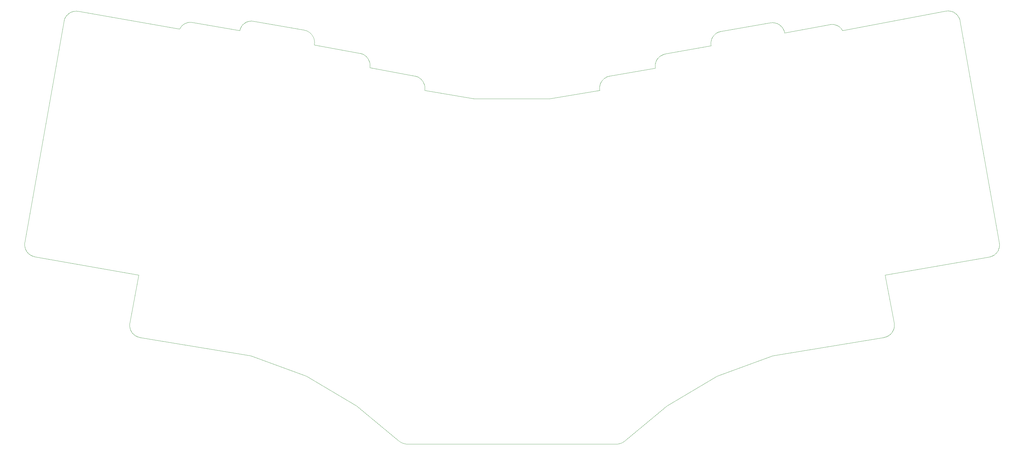
<source format=gbr>
%TF.GenerationSoftware,KiCad,Pcbnew,(6.0.0)*%
%TF.CreationDate,2022-01-22T22:33:05-08:00*%
%TF.ProjectId,bottomplate,626f7474-6f6d-4706-9c61-74652e6b6963,rev?*%
%TF.SameCoordinates,Original*%
%TF.FileFunction,Profile,NP*%
%FSLAX46Y46*%
G04 Gerber Fmt 4.6, Leading zero omitted, Abs format (unit mm)*
G04 Created by KiCad (PCBNEW (6.0.0)) date 2022-01-22 22:33:05*
%MOMM*%
%LPD*%
G01*
G04 APERTURE LIST*
%ADD10C,0.100000*%
%TA.AperFunction,Profile*%
%ADD11C,0.100000*%
%TD*%
G04 APERTURE END LIST*
D10*
X342280444Y-184547823D02*
X342391576Y-184382441D01*
X342493943Y-184212505D01*
X342587465Y-184038364D01*
X342672063Y-183860364D01*
X342747658Y-183678854D01*
X342814171Y-183494181D01*
X342871522Y-183306693D01*
X342919633Y-183116737D01*
X342958425Y-182924661D01*
X342987818Y-182730813D01*
X343007733Y-182535540D01*
X343018092Y-182339191D01*
X343018815Y-182142112D01*
X343009823Y-181944651D01*
X342991037Y-181747156D01*
X342962379Y-181549976D01*
X190160477Y-103127072D02*
X190043061Y-102966142D01*
X189918374Y-102811891D01*
X189786713Y-102664512D01*
X189648379Y-102524197D01*
X189503671Y-102391140D01*
X189352889Y-102265535D01*
X189196332Y-102147573D01*
X189034300Y-102037448D01*
X188867091Y-101935353D01*
X188695006Y-101841481D01*
X188518344Y-101756025D01*
X188337405Y-101679178D01*
X188152488Y-101611134D01*
X187963892Y-101552084D01*
X187771918Y-101502223D01*
X187576864Y-101461744D01*
X284289596Y-88620889D02*
X284178463Y-88786270D01*
X284076096Y-88956206D01*
X283982573Y-89130347D01*
X283897975Y-89308346D01*
X283822381Y-89489856D01*
X283755868Y-89674529D01*
X283698516Y-89862017D01*
X283650405Y-90051973D01*
X283611614Y-90244049D01*
X283582221Y-90437897D01*
X283562305Y-90633170D01*
X283551946Y-90829520D01*
X283551223Y-91026599D01*
X283560215Y-91224060D01*
X283579001Y-91421554D01*
X283607660Y-91618736D01*
X362724009Y-81080390D02*
X362558616Y-80969323D01*
X362388674Y-80867020D01*
X362214530Y-80773562D01*
X362036531Y-80689026D01*
X361855025Y-80613491D01*
X361670359Y-80547038D01*
X361482881Y-80489743D01*
X361292939Y-80441688D01*
X361100879Y-80402949D01*
X360907050Y-80373607D01*
X360711799Y-80353740D01*
X360515474Y-80343428D01*
X360318422Y-80342749D01*
X360120990Y-80351782D01*
X359923527Y-80370607D01*
X359726380Y-80399302D01*
X286891880Y-86983744D02*
X286696347Y-87022069D01*
X286503792Y-87069814D01*
X286314516Y-87126788D01*
X286128820Y-87192800D01*
X285947006Y-87267662D01*
X285769376Y-87351183D01*
X285596232Y-87443174D01*
X285427876Y-87543444D01*
X285264609Y-87651804D01*
X285106734Y-87768064D01*
X284954551Y-87892034D01*
X284808363Y-88023524D01*
X284668472Y-88162344D01*
X284535179Y-88308305D01*
X284408786Y-88461216D01*
X284289596Y-88620889D01*
X154402905Y-88316760D02*
X154345060Y-88232742D01*
X154285259Y-88150416D01*
X154223540Y-88069808D01*
X154159942Y-87990943D01*
X154094506Y-87913848D01*
X154027271Y-87838548D01*
X153958277Y-87765069D01*
X153887562Y-87693437D01*
X153815168Y-87623679D01*
X153741132Y-87555820D01*
X153665496Y-87489886D01*
X153588297Y-87425902D01*
X153509577Y-87363896D01*
X153429375Y-87303893D01*
X153347729Y-87245918D01*
X153264680Y-87189998D01*
X153180268Y-87136159D01*
X153094531Y-87084426D01*
X153007510Y-87034826D01*
X152919243Y-86987384D01*
X152829772Y-86942127D01*
X152739134Y-86899080D01*
X152647370Y-86858269D01*
X152554520Y-86819721D01*
X152460622Y-86783460D01*
X152365717Y-86749514D01*
X152269843Y-86717908D01*
X152173041Y-86688668D01*
X152075351Y-86661820D01*
X151976811Y-86637389D01*
X151877461Y-86615402D01*
X151777342Y-86595886D01*
X373759880Y-160135744D02*
X373962684Y-160095757D01*
X374161083Y-160046094D01*
X374354869Y-159987046D01*
X374543836Y-159918903D01*
X374727778Y-159841957D01*
X374906489Y-159756500D01*
X375079763Y-159662822D01*
X375247394Y-159561214D01*
X375409175Y-159451967D01*
X375564901Y-159335374D01*
X375714364Y-159211724D01*
X375857360Y-159081309D01*
X375993682Y-158944421D01*
X376123124Y-158801350D01*
X376245480Y-158652387D01*
X376360543Y-158497824D01*
X376468107Y-158337952D01*
X376567966Y-158173061D01*
X376659915Y-158003444D01*
X376743747Y-157829391D01*
X376819255Y-157651194D01*
X376886234Y-157469143D01*
X376944478Y-157283530D01*
X376993780Y-157094646D01*
X377033934Y-156902781D01*
X377064734Y-156708228D01*
X377085974Y-156511278D01*
X377097448Y-156312221D01*
X377098950Y-156111348D01*
X377090273Y-155908952D01*
X377071212Y-155705322D01*
X377041560Y-155500751D01*
X364361880Y-83681744D02*
X364323479Y-83486255D01*
X364275663Y-83293746D01*
X364218622Y-83104518D01*
X364152546Y-82918873D01*
X364077624Y-82737113D01*
X363994047Y-82559539D01*
X363902005Y-82386453D01*
X363801687Y-82218156D01*
X363693284Y-82054951D01*
X363576984Y-81897137D01*
X363452979Y-81745018D01*
X363321457Y-81598894D01*
X363182610Y-81459068D01*
X363036626Y-81325841D01*
X362883695Y-81199514D01*
X362724009Y-81080390D01*
D11*
X303653340Y-192138220D02*
X285619340Y-198742220D01*
D10*
X252854864Y-220763512D02*
X252960676Y-220762289D01*
X253066207Y-220758588D01*
X253171415Y-220752423D01*
X253276262Y-220743810D01*
X253380708Y-220732765D01*
X253484712Y-220719302D01*
X253588235Y-220703438D01*
X253691238Y-220685188D01*
X253793681Y-220664567D01*
X253895524Y-220641592D01*
X253996727Y-220616277D01*
X254097250Y-220588638D01*
X254197055Y-220558690D01*
X254296101Y-220526450D01*
X254394348Y-220491933D01*
X254491756Y-220455153D01*
X254588287Y-220416127D01*
X254683900Y-220374871D01*
X254778556Y-220331399D01*
X254872214Y-220285728D01*
X254964836Y-220237872D01*
X255056381Y-220187848D01*
X255146809Y-220135671D01*
X255236082Y-220081356D01*
X255324159Y-220024918D01*
X255411000Y-219966375D01*
X255496566Y-219905740D01*
X255580818Y-219843030D01*
X255663714Y-219778259D01*
X255745217Y-219711444D01*
X255825285Y-219642601D01*
X255903880Y-219571744D01*
X339678160Y-186184968D02*
X339873692Y-186146642D01*
X340066247Y-186098897D01*
X340255523Y-186041923D01*
X340441219Y-185975910D01*
X340623033Y-185901049D01*
X340800663Y-185817527D01*
X340973807Y-185725537D01*
X341142163Y-185625267D01*
X341305430Y-185516907D01*
X341463305Y-185400647D01*
X341615488Y-185276677D01*
X341761676Y-185145187D01*
X341901567Y-185006367D01*
X342034860Y-184860406D01*
X342161253Y-184707494D01*
X342280444Y-184547823D01*
X135205874Y-83683013D02*
X135015270Y-83658793D01*
X134825646Y-83644214D01*
X134637261Y-83639088D01*
X134450378Y-83643231D01*
X134265256Y-83656455D01*
X134082156Y-83678576D01*
X133901339Y-83709406D01*
X133723065Y-83748760D01*
X133547594Y-83796453D01*
X133375188Y-83852297D01*
X133206108Y-83916107D01*
X133040613Y-83987697D01*
X132878964Y-84066882D01*
X132721423Y-84153473D01*
X132568249Y-84247287D01*
X132419703Y-84348137D01*
X132276046Y-84455837D01*
X132137539Y-84570200D01*
X132004441Y-84691041D01*
X131877015Y-84818174D01*
X131755519Y-84951413D01*
X131640216Y-85090572D01*
X131531365Y-85235465D01*
X131429228Y-85385905D01*
X131334064Y-85541707D01*
X131246135Y-85702685D01*
X131165701Y-85868653D01*
X131093023Y-86039424D01*
X131028361Y-86214813D01*
X130971975Y-86394634D01*
X130924128Y-86578701D01*
X130885079Y-86766828D01*
X154995776Y-91399534D02*
X155015807Y-91299515D01*
X155033261Y-91199270D01*
X155048148Y-91098844D01*
X155060475Y-90998284D01*
X155070252Y-90897636D01*
X155077488Y-90796947D01*
X155082191Y-90696263D01*
X155084371Y-90595631D01*
X155084037Y-90495097D01*
X155081197Y-90394707D01*
X155075861Y-90294509D01*
X155068036Y-90194548D01*
X155057733Y-90094871D01*
X155044961Y-89995524D01*
X155029727Y-89896554D01*
X155012042Y-89798008D01*
X154991913Y-89699932D01*
X154969351Y-89602371D01*
X154944363Y-89505374D01*
X154916959Y-89408986D01*
X154887148Y-89313253D01*
X154854939Y-89218223D01*
X154820340Y-89123941D01*
X154783361Y-89030454D01*
X154744010Y-88937809D01*
X154702297Y-88846052D01*
X154658230Y-88755229D01*
X154611819Y-88665388D01*
X154563072Y-88576573D01*
X154511997Y-88488833D01*
X154458605Y-88402213D01*
X154402905Y-88316760D01*
X326261880Y-86729744D02*
X326182431Y-86595096D01*
X326098289Y-86464467D01*
X326009603Y-86337927D01*
X325916527Y-86215549D01*
X325819210Y-86097406D01*
X325717804Y-85983567D01*
X325612461Y-85874107D01*
X325503332Y-85769097D01*
X325390569Y-85668608D01*
X325274322Y-85572713D01*
X325154743Y-85481484D01*
X325031984Y-85394992D01*
X324906195Y-85313310D01*
X324777529Y-85236509D01*
X324646136Y-85164662D01*
X324512169Y-85097841D01*
X324375777Y-85036116D01*
X324237114Y-84979562D01*
X324096329Y-84928249D01*
X323953575Y-84882249D01*
X323809003Y-84841635D01*
X323662764Y-84806478D01*
X323515009Y-84776850D01*
X323365891Y-84752824D01*
X323215559Y-84734471D01*
X323064167Y-84721863D01*
X322911864Y-84715072D01*
X322758803Y-84714171D01*
X322605134Y-84719230D01*
X322451010Y-84730323D01*
X322296581Y-84747521D01*
X322142000Y-84770896D01*
X95233640Y-181515178D02*
X95202869Y-181711997D01*
X95181962Y-181909236D01*
X95170846Y-182106547D01*
X95169444Y-182303581D01*
X95177680Y-182499991D01*
X95195481Y-182695427D01*
X95222770Y-182889541D01*
X95259472Y-183081986D01*
X95305513Y-183272413D01*
X95360816Y-183460473D01*
X95425306Y-183645819D01*
X95498909Y-183828102D01*
X95581549Y-184006974D01*
X95673151Y-184182086D01*
X95773638Y-184353091D01*
X95882938Y-184519640D01*
X78567430Y-80492265D02*
X78370610Y-80461494D01*
X78173371Y-80440588D01*
X77976060Y-80429471D01*
X77779026Y-80428069D01*
X77582616Y-80436306D01*
X77387180Y-80454107D01*
X77193066Y-80481396D01*
X77000621Y-80518098D01*
X76810194Y-80564139D01*
X76622134Y-80619442D01*
X76436788Y-80683932D01*
X76254505Y-80757535D01*
X76075633Y-80840175D01*
X75900521Y-80931777D01*
X75729516Y-81032264D01*
X75562968Y-81141564D01*
X190809776Y-106131534D02*
X190840546Y-105934714D01*
X190861453Y-105737475D01*
X190872569Y-105540164D01*
X190873971Y-105343130D01*
X190865734Y-105146720D01*
X190847934Y-104951284D01*
X190820645Y-104757170D01*
X190783942Y-104564725D01*
X190737902Y-104374298D01*
X190682598Y-104186238D01*
X190618108Y-104000892D01*
X190544505Y-103818609D01*
X190461865Y-103639737D01*
X190370264Y-103464625D01*
X190269776Y-103293620D01*
X190160477Y-103127072D01*
X172380478Y-95761072D02*
X172263062Y-95600142D01*
X172138374Y-95445891D01*
X172006714Y-95298512D01*
X171868380Y-95158197D01*
X171723672Y-95025140D01*
X171572890Y-94899534D01*
X171416332Y-94781572D01*
X171254300Y-94671447D01*
X171087091Y-94569352D01*
X170915006Y-94475480D01*
X170738344Y-94390025D01*
X170557405Y-94313178D01*
X170372488Y-94245133D01*
X170183892Y-94186084D01*
X169991918Y-94136223D01*
X169796864Y-94095744D01*
X182242864Y-219571744D02*
X182321433Y-219642579D01*
X182401476Y-219711402D01*
X182482952Y-219778198D01*
X182565822Y-219842951D01*
X182650045Y-219905645D01*
X182735583Y-219966264D01*
X182822396Y-220024794D01*
X182910443Y-220081219D01*
X182999685Y-220135523D01*
X183090083Y-220187691D01*
X183181596Y-220237707D01*
X183274186Y-220285556D01*
X183367812Y-220331222D01*
X183462435Y-220374690D01*
X183558016Y-220415944D01*
X183654513Y-220454968D01*
X183751888Y-220491748D01*
X183850102Y-220526267D01*
X183949113Y-220558511D01*
X184048884Y-220588463D01*
X184149373Y-220616108D01*
X184250542Y-220641431D01*
X184352350Y-220664416D01*
X184454759Y-220685047D01*
X184557727Y-220703309D01*
X184661217Y-220719187D01*
X184765187Y-220732665D01*
X184869599Y-220743727D01*
X184974412Y-220752359D01*
X185079587Y-220758544D01*
X185185084Y-220762266D01*
X185290864Y-220763512D01*
X95882938Y-184519640D02*
X96000353Y-184680569D01*
X96125041Y-184834820D01*
X96256701Y-184982199D01*
X96395035Y-185122514D01*
X96539743Y-185255570D01*
X96690525Y-185381176D01*
X96847082Y-185499138D01*
X97009115Y-185609263D01*
X97176323Y-185711358D01*
X97348408Y-185805230D01*
X97525070Y-185890686D01*
X97706009Y-185967532D01*
X97890927Y-186035577D01*
X98079522Y-186094626D01*
X98271497Y-186144488D01*
X98466552Y-186184968D01*
X250822864Y-101461744D02*
X250620039Y-101501708D01*
X250421621Y-101551351D01*
X250227815Y-101610381D01*
X250038827Y-101678507D01*
X249854864Y-101755437D01*
X249676132Y-101840882D01*
X249502837Y-101934548D01*
X249335186Y-102036146D01*
X249173384Y-102145384D01*
X249017637Y-102261971D01*
X248868153Y-102385615D01*
X248725136Y-102516026D01*
X248588794Y-102652911D01*
X248459333Y-102795981D01*
X248336958Y-102944944D01*
X248221876Y-103099508D01*
X248114294Y-103259383D01*
X248014417Y-103424277D01*
X247922451Y-103593898D01*
X247838603Y-103767957D01*
X247763079Y-103946161D01*
X247696086Y-104128220D01*
X247637828Y-104313842D01*
X247588514Y-104502736D01*
X247548348Y-104694610D01*
X247517537Y-104889175D01*
X247496288Y-105086137D01*
X247484805Y-105285207D01*
X247483297Y-105486093D01*
X247491968Y-105688504D01*
X247511026Y-105892149D01*
X247540676Y-106096736D01*
X115192960Y-84022866D02*
X115041968Y-84015853D01*
X114891670Y-84014542D01*
X114742198Y-84018855D01*
X114593680Y-84028717D01*
X114446248Y-84044053D01*
X114300032Y-84064786D01*
X114155161Y-84090843D01*
X114011767Y-84122146D01*
X113869979Y-84158620D01*
X113729928Y-84200190D01*
X113591745Y-84246780D01*
X113455559Y-84298315D01*
X113321500Y-84354719D01*
X113189700Y-84415916D01*
X113060288Y-84481830D01*
X112933395Y-84552387D01*
X112809151Y-84627511D01*
X112687686Y-84707125D01*
X112569131Y-84791155D01*
X112453615Y-84879525D01*
X112341270Y-84972159D01*
X112232225Y-85068981D01*
X112126611Y-85169917D01*
X112024558Y-85274890D01*
X111926197Y-85383825D01*
X111831657Y-85496646D01*
X111741070Y-85613278D01*
X111654564Y-85733645D01*
X111572271Y-85857672D01*
X111494321Y-85985283D01*
X111420845Y-86116402D01*
X111351972Y-86250954D01*
X268837560Y-94286752D02*
X268634755Y-94326738D01*
X268436356Y-94376401D01*
X268242570Y-94435449D01*
X268053603Y-94503592D01*
X267869661Y-94580537D01*
X267690950Y-94665995D01*
X267517676Y-94759673D01*
X267350045Y-94861281D01*
X267188264Y-94970527D01*
X267032538Y-95087121D01*
X266883074Y-95210771D01*
X266740079Y-95341185D01*
X266603757Y-95478074D01*
X266474315Y-95621145D01*
X266351959Y-95770108D01*
X266236896Y-95924671D01*
X266129332Y-96084543D01*
X266029472Y-96249433D01*
X265937524Y-96419050D01*
X265853692Y-96593103D01*
X265778184Y-96771300D01*
X265711204Y-96953351D01*
X265652961Y-97138964D01*
X265603659Y-97327849D01*
X265563505Y-97519713D01*
X265532704Y-97714266D01*
X265511464Y-97911216D01*
X265499990Y-98110273D01*
X265498488Y-98311146D01*
X265507165Y-98513542D01*
X265526226Y-98717172D01*
X265555879Y-98921744D01*
D11*
X152523340Y-198742220D02*
X168779340Y-208394220D01*
D10*
X61846938Y-158357640D02*
X61964353Y-158518569D01*
X62089041Y-158672820D01*
X62220701Y-158820199D01*
X62359035Y-158960514D01*
X62503743Y-159093570D01*
X62654525Y-159219176D01*
X62811083Y-159337138D01*
X62973115Y-159447263D01*
X63140324Y-159549358D01*
X63312409Y-159643230D01*
X63489071Y-159728686D01*
X63670010Y-159805532D01*
X63854927Y-159873577D01*
X64043523Y-159932626D01*
X64235497Y-159982488D01*
X64430552Y-160022968D01*
X173029776Y-98765534D02*
X173060546Y-98568714D01*
X173081453Y-98371475D01*
X173092569Y-98174164D01*
X173093971Y-97977130D01*
X173085734Y-97780720D01*
X173067934Y-97585284D01*
X173040645Y-97391170D01*
X173003942Y-97198725D01*
X172957902Y-97008298D01*
X172902599Y-96820238D01*
X172838108Y-96634892D01*
X172764505Y-96452609D01*
X172681866Y-96273737D01*
X172590264Y-96098625D01*
X172489776Y-95927620D01*
X172380478Y-95761072D01*
X307465880Y-87491744D02*
X307427479Y-87296255D01*
X307379663Y-87103745D01*
X307322622Y-86914518D01*
X307256546Y-86728873D01*
X307181624Y-86547113D01*
X307098047Y-86369539D01*
X307006005Y-86196453D01*
X306905687Y-86028156D01*
X306797284Y-85864950D01*
X306680984Y-85707137D01*
X306556979Y-85555018D01*
X306425457Y-85408894D01*
X306286610Y-85269068D01*
X306140626Y-85135841D01*
X305987695Y-85009514D01*
X305828009Y-84890390D01*
X305828009Y-84890390D02*
X305662616Y-84779323D01*
X305492674Y-84677020D01*
X305318530Y-84583562D01*
X305140531Y-84499026D01*
X304959025Y-84423491D01*
X304774359Y-84357037D01*
X304586881Y-84299743D01*
X304396939Y-84251687D01*
X304204879Y-84212949D01*
X304011050Y-84183607D01*
X303815799Y-84163740D01*
X303619474Y-84153428D01*
X303422422Y-84152749D01*
X303224990Y-84161782D01*
X303027527Y-84180607D01*
X302830380Y-84209302D01*
X75562968Y-81141564D02*
X75402038Y-81258979D01*
X75247787Y-81383667D01*
X75100407Y-81515327D01*
X74960093Y-81653661D01*
X74827036Y-81798369D01*
X74701430Y-81949151D01*
X74583468Y-82105709D01*
X74473343Y-82267741D01*
X74371248Y-82434950D01*
X74277377Y-82607034D01*
X74191921Y-82783696D01*
X74115074Y-82964635D01*
X74047030Y-83149553D01*
X73987980Y-83338148D01*
X73938119Y-83530123D01*
X73897640Y-83725177D01*
X61197640Y-155353178D02*
X61166869Y-155549997D01*
X61145962Y-155747236D01*
X61134846Y-155944547D01*
X61133444Y-156141581D01*
X61141681Y-156337991D01*
X61159481Y-156533427D01*
X61186770Y-156727541D01*
X61223473Y-156919986D01*
X61269513Y-157110413D01*
X61324816Y-157298473D01*
X61389307Y-157483819D01*
X61462910Y-157666102D01*
X61545549Y-157844974D01*
X61637151Y-158020086D01*
X61737639Y-158191091D01*
X61846938Y-158357640D01*
D11*
X377041560Y-155500751D02*
X364361880Y-83681744D01*
X98466552Y-186184968D02*
X134489340Y-192138220D01*
X255903880Y-219571744D02*
X269363340Y-208394220D01*
X185290864Y-220763512D02*
X252854864Y-220763512D01*
X322142000Y-84770896D02*
X307465880Y-87491744D01*
X342962379Y-181549976D02*
X340026140Y-166011780D01*
X302830380Y-84209302D02*
X286891880Y-86983744D01*
X64430552Y-160022968D02*
X98167340Y-165976220D01*
X359726380Y-80399302D02*
X326261880Y-86729744D01*
X206879340Y-108826219D02*
X231263340Y-108826219D01*
X154995776Y-91399534D02*
X169796864Y-94095744D01*
X135205874Y-83683013D02*
X151777342Y-86595886D01*
X73897640Y-83725177D02*
X61197640Y-155353178D01*
X95233640Y-181515178D02*
X98167340Y-165976220D01*
X152523340Y-198742220D02*
X134489340Y-192138220D01*
X339678160Y-186184968D02*
X303653340Y-192138220D01*
X285619340Y-198742220D02*
X269363340Y-208394220D01*
X373759880Y-160135744D02*
X340026140Y-166011780D01*
X78567430Y-80492265D02*
X111351972Y-86250954D01*
X268837560Y-94286752D02*
X283607660Y-91618736D01*
X250822864Y-101461744D02*
X265555879Y-98921744D01*
X182242864Y-219571744D02*
X168779340Y-208394220D01*
X173029776Y-98765534D02*
X187576864Y-101461744D01*
X231263340Y-108826219D02*
X247540676Y-106096736D01*
X190809776Y-106131534D02*
X206879340Y-108826219D01*
X115192960Y-84022866D02*
X130885079Y-86766828D01*
M02*

</source>
